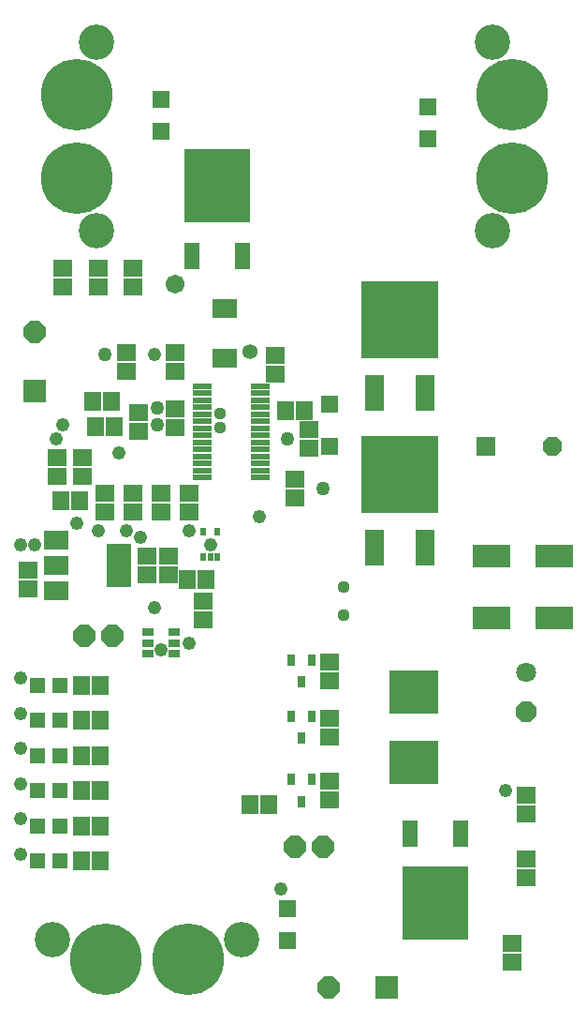
<source format=gts>
G75*
%MOIN*%
%OFA0B0*%
%FSLAX25Y25*%
%IPPOS*%
%LPD*%
%AMOC8*
5,1,8,0,0,1.08239X$1,22.5*
%
%ADD10R,0.06312X0.05918*%
%ADD11R,0.09068X0.07099*%
%ADD12R,0.17500X0.15800*%
%ADD13R,0.07100X0.02200*%
%ADD14C,0.12600*%
%ADD15C,0.25469*%
%ADD16R,0.07887X0.07887*%
%ADD17OC8,0.07887*%
%ADD18R,0.06706X0.05918*%
%ADD19R,0.05918X0.06706*%
%ADD20OC8,0.07100*%
%ADD21C,0.07100*%
%ADD22R,0.06312X0.06312*%
%ADD23R,0.06737X0.06737*%
%ADD24OC8,0.06737*%
%ADD25R,0.05524X0.05524*%
%ADD26R,0.13398X0.07887*%
%ADD27R,0.23635X0.25997*%
%ADD28R,0.05524X0.09461*%
%ADD29C,0.04375*%
%ADD30R,0.01981X0.03162*%
%ADD31R,0.08674X0.06706*%
%ADD32R,0.08674X0.15761*%
%ADD33R,0.03162X0.03950*%
%ADD34R,0.27178X0.27178*%
%ADD35R,0.07099X0.12611*%
%ADD36R,0.03950X0.02769*%
%ADD37C,0.04369*%
%ADD38C,0.04959*%
%ADD39C,0.05353*%
%ADD40C,0.06706*%
%ADD41C,0.04762*%
D10*
X0143000Y0069791D03*
X0143000Y0081209D03*
X0193000Y0354791D03*
X0193000Y0366209D03*
X0098000Y0368709D03*
X0098000Y0357291D03*
D11*
X0120500Y0294358D03*
X0120500Y0276642D03*
D12*
X0188000Y0158050D03*
X0188000Y0132950D03*
D13*
X0133450Y0234250D03*
X0133450Y0236750D03*
X0133450Y0239250D03*
X0133450Y0241750D03*
X0133450Y0244250D03*
X0133450Y0246750D03*
X0133450Y0249250D03*
X0133450Y0251750D03*
X0133450Y0254250D03*
X0133450Y0256750D03*
X0133450Y0259250D03*
X0133450Y0261750D03*
X0133450Y0264250D03*
X0133450Y0266750D03*
X0112550Y0266750D03*
X0112550Y0264250D03*
X0112550Y0261750D03*
X0112550Y0259250D03*
X0112550Y0256750D03*
X0112550Y0254250D03*
X0112550Y0251750D03*
X0112550Y0249250D03*
X0112550Y0246750D03*
X0112550Y0244250D03*
X0112550Y0241750D03*
X0112550Y0239250D03*
X0112550Y0236750D03*
X0112550Y0234250D03*
D14*
X0059400Y0070100D03*
X0126600Y0070100D03*
X0075100Y0321900D03*
X0075100Y0389100D03*
X0215900Y0389100D03*
X0215900Y0321900D03*
D15*
X0223000Y0340750D03*
X0223000Y0370250D03*
X0068000Y0370250D03*
X0068000Y0340750D03*
X0078250Y0063000D03*
X0107750Y0063000D03*
D16*
X0178433Y0053000D03*
X0053000Y0265067D03*
D17*
X0053000Y0285933D03*
X0070500Y0178000D03*
X0080500Y0178000D03*
X0145500Y0103000D03*
X0155500Y0103000D03*
X0157567Y0053000D03*
D18*
X0158000Y0119654D03*
X0158000Y0126346D03*
X0158000Y0142154D03*
X0158000Y0148846D03*
X0158000Y0162154D03*
X0158000Y0168846D03*
X0145500Y0227154D03*
X0145500Y0233846D03*
X0150500Y0244654D03*
X0150500Y0251346D03*
X0138500Y0271154D03*
X0138500Y0277846D03*
X0108000Y0228846D03*
X0108000Y0222154D03*
X0098000Y0222154D03*
X0098000Y0228846D03*
X0088000Y0228846D03*
X0088000Y0222154D03*
X0078000Y0222154D03*
X0078000Y0228846D03*
X0070000Y0234654D03*
X0070000Y0241346D03*
X0061000Y0241346D03*
X0061000Y0234654D03*
X0050500Y0201346D03*
X0050500Y0194654D03*
X0090000Y0250654D03*
X0090000Y0257346D03*
X0085500Y0272154D03*
X0085500Y0278846D03*
X0088000Y0302154D03*
X0088000Y0308846D03*
X0075500Y0308846D03*
X0075500Y0302154D03*
X0063000Y0302154D03*
X0063000Y0308846D03*
X0103000Y0278846D03*
X0103000Y0272154D03*
X0103000Y0258846D03*
X0103000Y0252154D03*
X0100500Y0206346D03*
X0100500Y0199654D03*
X0093000Y0199654D03*
X0093000Y0206346D03*
X0113000Y0190346D03*
X0113000Y0183654D03*
X0223000Y0068846D03*
X0223000Y0062154D03*
X0228000Y0092154D03*
X0228000Y0098846D03*
X0228000Y0114654D03*
X0228000Y0121346D03*
D19*
X0136346Y0118000D03*
X0129654Y0118000D03*
X0076346Y0123000D03*
X0069654Y0123000D03*
X0069654Y0110500D03*
X0076346Y0110500D03*
X0076346Y0098000D03*
X0069654Y0098000D03*
X0069654Y0135500D03*
X0076346Y0135500D03*
X0076346Y0148000D03*
X0069654Y0148000D03*
X0069654Y0160500D03*
X0076346Y0160500D03*
X0107154Y0198000D03*
X0113846Y0198000D03*
X0081346Y0252500D03*
X0080346Y0261500D03*
X0073654Y0261500D03*
X0074654Y0252500D03*
X0068846Y0226000D03*
X0062154Y0226000D03*
X0142154Y0258000D03*
X0148846Y0258000D03*
D20*
X0228000Y0151000D03*
D21*
X0228000Y0165000D03*
D22*
X0158000Y0245520D03*
X0158000Y0260480D03*
D23*
X0213689Y0245500D03*
D24*
X0237311Y0245500D03*
D25*
X0062134Y0160500D03*
X0053866Y0160500D03*
X0053866Y0148000D03*
X0062134Y0148000D03*
X0062134Y0135500D03*
X0053866Y0135500D03*
X0053866Y0123000D03*
X0062134Y0123000D03*
X0062134Y0110500D03*
X0053866Y0110500D03*
X0053866Y0098000D03*
X0062134Y0098000D03*
D26*
X0215500Y0184476D03*
X0215500Y0206524D03*
X0238000Y0206524D03*
X0238000Y0184476D03*
D27*
X0195500Y0083000D03*
X0118000Y0338000D03*
D28*
X0109024Y0313197D03*
X0126976Y0313197D03*
X0186524Y0107803D03*
X0204476Y0107803D03*
D29*
X0163000Y0185500D03*
X0163000Y0195500D03*
D30*
X0118059Y0206071D03*
X0115500Y0206071D03*
X0112941Y0206071D03*
X0113059Y0214929D03*
X0118059Y0214929D03*
D31*
X0060598Y0212055D03*
X0060598Y0203000D03*
X0060598Y0193945D03*
D32*
X0083000Y0203000D03*
D33*
X0144260Y0169437D03*
X0151740Y0169437D03*
X0148000Y0161563D03*
X0144260Y0149437D03*
X0151740Y0149437D03*
X0148000Y0141563D03*
X0144260Y0126937D03*
X0151740Y0126937D03*
X0148000Y0119063D03*
D34*
X0183000Y0235500D03*
X0183000Y0290500D03*
D35*
X0173945Y0264319D03*
X0192055Y0264319D03*
X0192055Y0209319D03*
X0173945Y0209319D03*
D36*
X0102528Y0179240D03*
X0102528Y0175500D03*
X0102528Y0171760D03*
X0093472Y0171760D03*
X0093472Y0175500D03*
X0093472Y0179240D03*
D37*
X0119000Y0252000D03*
X0119000Y0257000D03*
D38*
X0096500Y0259000D03*
X0096500Y0253000D03*
X0078000Y0278000D03*
X0143000Y0248000D03*
X0155500Y0230500D03*
D39*
X0129500Y0279000D03*
D40*
X0103000Y0303000D03*
D41*
X0095500Y0278000D03*
X0083000Y0243000D03*
X0068000Y0218000D03*
X0075500Y0215500D03*
X0085500Y0215500D03*
X0090500Y0213000D03*
X0095500Y0188000D03*
X0098000Y0173000D03*
X0108000Y0175500D03*
X0115500Y0210500D03*
X0108000Y0215500D03*
X0133000Y0220500D03*
X0063000Y0253000D03*
X0060500Y0248000D03*
X0053000Y0210500D03*
X0048000Y0210500D03*
X0048000Y0163000D03*
X0048000Y0150500D03*
X0048000Y0138000D03*
X0048000Y0125500D03*
X0048000Y0113000D03*
X0048000Y0100500D03*
X0140500Y0088000D03*
X0220500Y0123000D03*
M02*

</source>
